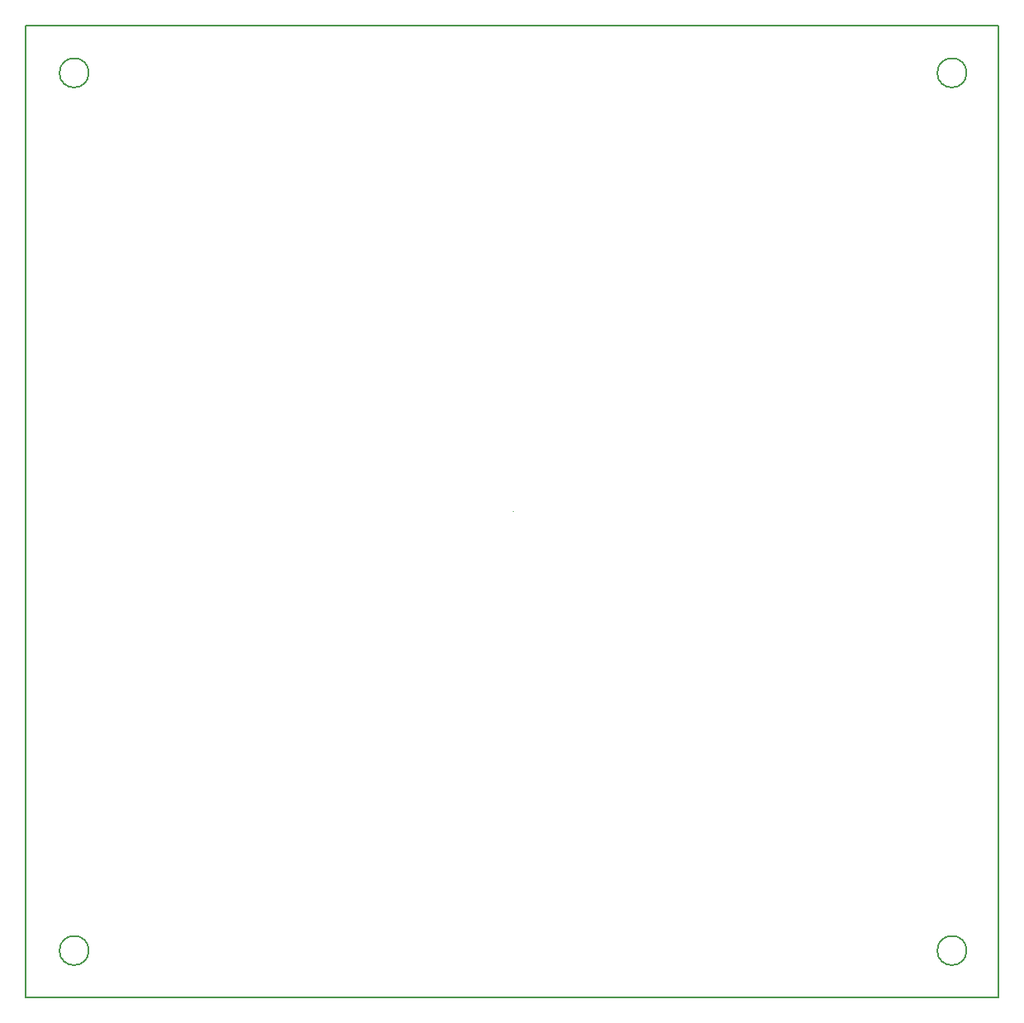
<source format=gbr>
%TF.GenerationSoftware,KiCad,Pcbnew,7.0.1*%
%TF.CreationDate,2023-04-24T08:20:04-06:00*%
%TF.ProjectId,Phase_B_Prototype,50686173-655f-4425-9f50-726f746f7479,rev?*%
%TF.SameCoordinates,Original*%
%TF.FileFunction,Profile,NP*%
%FSLAX46Y46*%
G04 Gerber Fmt 4.6, Leading zero omitted, Abs format (unit mm)*
G04 Created by KiCad (PCBNEW 7.0.1) date 2023-04-24 08:20:04*
%MOMM*%
%LPD*%
G01*
G04 APERTURE LIST*
%TA.AperFunction,Profile*%
%ADD10C,0.200000*%
%TD*%
%TA.AperFunction,Profile*%
%ADD11C,0.010050*%
%TD*%
G04 APERTURE END LIST*
D10*
X109789000Y-37042000D02*
G75*
G03*
X109789000Y-37042000I-1500000J0D01*
G01*
D11*
X153294025Y-82042000D02*
G75*
G03*
X153294025Y-82042000I-5025J0D01*
G01*
D10*
X109789000Y-127042000D02*
G75*
G03*
X109789000Y-127042000I-1500000J0D01*
G01*
X103289000Y-131876800D02*
X203073000Y-131876800D01*
X103289000Y-32156400D02*
X203047600Y-32156400D01*
X199789000Y-127042000D02*
G75*
G03*
X199789000Y-127042000I-1500000J0D01*
G01*
X103289000Y-32156400D02*
X103289000Y-131876800D01*
X203047600Y-32156400D02*
X203073000Y-131876800D01*
X199789000Y-37042000D02*
G75*
G03*
X199789000Y-37042000I-1500000J0D01*
G01*
M02*

</source>
